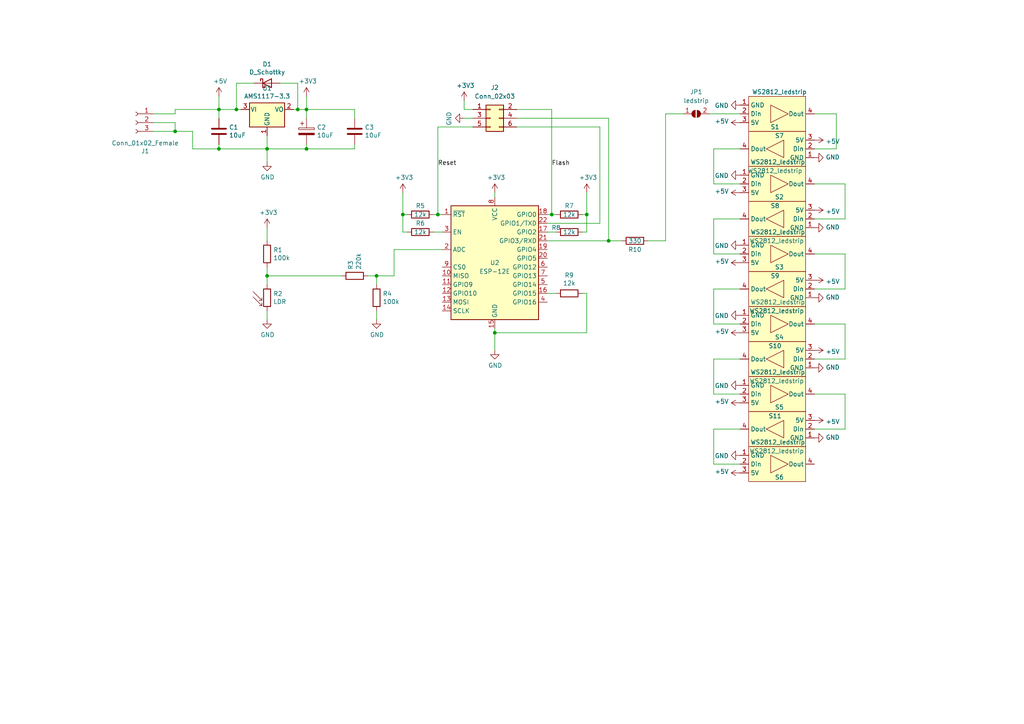
<source format=kicad_sch>
(kicad_sch (version 20211123) (generator eeschema)
  (paper "A4")
  (lib_symbols
    (symbol "Connector:Conn_01x03_Female" (pin_names (offset 1.016) hide)
      (property "Reference" "J" (at 0 5.08 0))
      (property "Value" "Conn_01x03_Female" (at 0 -5.08 0))
      (symbol "Conn_01x03_Female_1_1"
        (arc (start 0 -2.032) (mid -0.508 -2.54) (end 0 -3.048) (stroke (width 0.1524)))
        (polyline (pts (xy -1.27 -2.54) (xy -0.508 -2.54)) (stroke (width 0.1524)))
        (polyline (pts (xy -1.27 0) (xy -0.508 0)) (stroke (width 0.1524)))
        (polyline (pts (xy -1.27 2.54) (xy -0.508 2.54)) (stroke (width 0.1524)))
        (arc (start 0 0.508) (mid -0.508 0) (end 0 -0.508) (stroke (width 0.1524)))
        (arc (start 0 3.048) (mid -0.508 2.54) (end 0 2.032) (stroke (width 0.1524)))
        (pin passive line (at -5.08 2.54 0) (length 3.81) (name "Pin_1") (number "1"))
        (pin passive line (at -5.08 0 0) (length 3.81) (name "Pin_2") (number "2"))
        (pin passive line (at -5.08 -2.54 0) (length 3.81) (name "Pin_3") (number "3"))
      )
    )
    (symbol "Connector_Generic:Conn_02x03_Odd_Even" (pin_names (offset 1.016) hide)
      (property "Reference" "J" (at 1.27 5.08 0))
      (property "Value" "Conn_02x03_Odd_Even" (at 1.27 -5.08 0))
      (symbol "Conn_02x03_Odd_Even_1_1"
        (rectangle (start -1.27 -2.413) (end 0 -2.667) (stroke (width 0.1524)))
        (rectangle (start -1.27 0.127) (end 0 -0.127) (stroke (width 0.1524)))
        (rectangle (start -1.27 2.667) (end 0 2.413) (stroke (width 0.1524)))
        (rectangle (start -1.27 3.81) (end 3.81 -3.81) (stroke (width 0.254)) (fill (type background)))
        (rectangle (start 3.81 -2.413) (end 2.54 -2.667) (stroke (width 0.1524)))
        (rectangle (start 3.81 0.127) (end 2.54 -0.127) (stroke (width 0.1524)))
        (rectangle (start 3.81 2.667) (end 2.54 2.413) (stroke (width 0.1524)))
        (pin passive line (at -5.08 2.54 0) (length 3.81) (name "Pin_1") (number "1"))
        (pin passive line (at 7.62 2.54 180) (length 3.81) (name "Pin_2") (number "2"))
        (pin passive line (at -5.08 0 0) (length 3.81) (name "Pin_3") (number "3"))
        (pin passive line (at 7.62 0 180) (length 3.81) (name "Pin_4") (number "4"))
        (pin passive line (at -5.08 -2.54 0) (length 3.81) (name "Pin_5") (number "5"))
        (pin passive line (at 7.62 -2.54 180) (length 3.81) (name "Pin_6") (number "6"))
      )
    )
    (symbol "Device:C" (pin_numbers hide) (pin_names (offset 0.254))
      (property "Reference" "C" (at 0.635 2.54 0))
      (property "Value" "C" (at 0.635 -2.54 0))
      (symbol "C_0_1"
        (polyline (pts (xy -2.032 -0.762) (xy 2.032 -0.762)) (stroke (width 0.508)))
        (polyline (pts (xy -2.032 0.762) (xy 2.032 0.762)) (stroke (width 0.508)))
      )
      (symbol "C_1_1"
        (pin passive line (at 0 3.81 270) (length 2.794) (name "~") (number "1"))
        (pin passive line (at 0 -3.81 90) (length 2.794) (name "~") (number "2"))
      )
    )
    (symbol "Device:CP" (pin_numbers hide) (pin_names (offset 0.254))
      (property "Reference" "C" (at 0.635 2.54 0))
      (property "Value" "Device_CP" (at 0.635 -2.54 0))
      (symbol "CP_0_1"
        (rectangle (start -2.286 0.508) (end 2.286 1.016))
        (polyline (pts (xy -1.778 2.286) (xy -0.762 2.286)))
        (polyline (pts (xy -1.27 2.794) (xy -1.27 1.778)))
        (rectangle (start 2.286 -0.508) (end -2.286 -1.016) (fill (type outline)))
      )
      (symbol "CP_1_1"
        (pin passive line (at 0 3.81 270) (length 2.794) (name "~") (number "1"))
        (pin passive line (at 0 -3.81 90) (length 2.794) (name "~") (number "2"))
      )
    )
    (symbol "Device:D_Schottky" (pin_numbers hide) (pin_names (offset 1.016) hide)
      (property "Reference" "D" (at 0 2.54 0))
      (property "Value" "D_Schottky" (at 0 -2.54 0))
      (symbol "D_Schottky_0_1"
        (polyline (pts (xy 1.27 0) (xy -1.27 0)))
        (polyline (pts (xy 1.27 1.27) (xy 1.27 -1.27) (xy -1.27 0) (xy 1.27 1.27)) (stroke (width 0.254)))
        (polyline (pts (xy -1.905 0.635) (xy -1.905 1.27) (xy -1.27 1.27) (xy -1.27 -1.27) (xy -0.635 -1.27) (xy -0.635 -0.635)) (stroke (width 0.254)))
      )
      (symbol "D_Schottky_1_1"
        (pin passive line (at -3.81 0 0) (length 2.54) (name "K") (number "1"))
        (pin passive line (at 3.81 0 180) (length 2.54) (name "A") (number "2"))
      )
    )
    (symbol "Device:R" (pin_numbers hide) (pin_names (offset 0))
      (property "Reference" "R" (at 2.032 0 90))
      (property "Value" "R" (at 0 0 90))
      (symbol "R_0_1"
        (rectangle (start -1.016 -2.54) (end 1.016 2.54) (stroke (width 0.254)))
      )
      (symbol "R_1_1"
        (pin passive line (at 0 3.81 270) (length 1.27) (name "~") (number "1"))
        (pin passive line (at 0 -3.81 90) (length 1.27) (name "~") (number "2"))
      )
    )
    (symbol "Jumper:SolderJumper_2_Open" (pin_names (offset 0) hide)
      (property "Reference" "JP" (at 0 2.032 0))
      (property "Value" "SolderJumper_2_Open" (at 0 -2.54 0))
      (symbol "SolderJumper_2_Open_0_1"
        (arc (start -0.254 1.016) (mid -1.27 0) (end -0.254 -1.016))
        (arc (start -0.254 1.016) (mid -1.27 0) (end -0.254 -1.016) (fill (type outline)))
        (polyline (pts (xy -0.254 1.016) (xy -0.254 -1.016)))
        (polyline (pts (xy 0.254 1.016) (xy 0.254 -1.016)))
        (arc (start 0.254 -1.016) (mid 1.27 0) (end 0.254 1.016))
        (arc (start 0.254 -1.016) (mid 1.27 0) (end 0.254 1.016) (fill (type outline)))
      )
      (symbol "SolderJumper_2_Open_1_1"
        (pin passive line (at -3.81 0 0) (length 2.54) (name "A") (number "1"))
        (pin passive line (at 3.81 0 180) (length 2.54) (name "B") (number "2"))
      )
    )
    (symbol "RF_Module:ESP-12E"
      (property "Reference" "U" (at -12.7 19.05 0))
      (property "Value" "ESP-12E" (at 12.7 19.05 0))
      (symbol "ESP-12E_0_1"
        (rectangle (start -12.7 17.78) (end 12.7 -15.24) (stroke (width 0.254)) (fill (type background)))
      )
      (symbol "ESP-12E_1_1"
        (pin input line (at -15.24 15.24 0) (length 2.54) (name "~{RST}") (number "1"))
        (pin bidirectional line (at -15.24 -2.54 0) (length 2.54) (name "MISO") (number "10"))
        (pin bidirectional line (at -15.24 -5.08 0) (length 2.54) (name "GPIO9") (number "11"))
        (pin bidirectional line (at -15.24 -7.62 0) (length 2.54) (name "GPIO10") (number "12"))
        (pin bidirectional line (at -15.24 -10.16 0) (length 2.54) (name "MOSI") (number "13"))
        (pin bidirectional line (at -15.24 -12.7 0) (length 2.54) (name "SCLK") (number "14"))
        (pin power_in line (at 0 -17.78 90) (length 2.54) (name "GND") (number "15"))
        (pin bidirectional line (at 15.24 -7.62 180) (length 2.54) (name "GPIO15") (number "16"))
        (pin bidirectional line (at 15.24 10.16 180) (length 2.54) (name "GPIO2") (number "17"))
        (pin bidirectional line (at 15.24 15.24 180) (length 2.54) (name "GPIO0") (number "18"))
        (pin bidirectional line (at 15.24 5.08 180) (length 2.54) (name "GPIO4") (number "19"))
        (pin input line (at -15.24 5.08 0) (length 2.54) (name "ADC") (number "2"))
        (pin bidirectional line (at 15.24 2.54 180) (length 2.54) (name "GPIO5") (number "20"))
        (pin bidirectional line (at 15.24 7.62 180) (length 2.54) (name "GPIO3/RXD") (number "21"))
        (pin bidirectional line (at 15.24 12.7 180) (length 2.54) (name "GPIO1/TXD") (number "22"))
        (pin input line (at -15.24 10.16 0) (length 2.54) (name "EN") (number "3"))
        (pin bidirectional line (at 15.24 -10.16 180) (length 2.54) (name "GPIO16") (number "4"))
        (pin bidirectional line (at 15.24 -5.08 180) (length 2.54) (name "GPIO14") (number "5"))
        (pin bidirectional line (at 15.24 0 180) (length 2.54) (name "GPIO12") (number "6"))
        (pin bidirectional line (at 15.24 -2.54 180) (length 2.54) (name "GPIO13") (number "7"))
        (pin power_in line (at 0 20.32 270) (length 2.54) (name "VCC") (number "8"))
        (pin input line (at -15.24 0 0) (length 2.54) (name "CS0") (number "9"))
      )
    )
    (symbol "Regulator_Linear:AMS1117-3.3" (pin_names (offset 0.254))
      (property "Reference" "U" (at -3.81 3.175 0))
      (property "Value" "AMS1117-3.3" (at 0 3.175 0))
      (symbol "AMS1117-3.3_0_1"
        (rectangle (start -5.08 -5.08) (end 5.08 1.905) (stroke (width 0.254)) (fill (type background)))
      )
      (symbol "AMS1117-3.3_1_1"
        (pin power_in line (at 0 -7.62 90) (length 2.54) (name "GND") (number "1"))
        (pin power_out line (at 7.62 0 180) (length 2.54) (name "VO") (number "2"))
        (pin power_in line (at -7.62 0 0) (length 2.54) (name "VI") (number "3"))
      )
    )
    (symbol "Sensor_Optical:LDR03" (pin_numbers hide) (pin_names (offset 0))
      (property "Reference" "R" (at -5.08 0 90))
      (property "Value" "LDR03" (at 1.905 0 90))
      (symbol "LDR03_0_1"
        (rectangle (start -1.016 2.54) (end 1.016 -2.54) (stroke (width 0.254)))
        (polyline (pts (xy -1.524 -2.286) (xy -4.064 0.254)))
        (polyline (pts (xy -1.524 -2.286) (xy -2.286 -2.286)))
        (polyline (pts (xy -1.524 -2.286) (xy -1.524 -1.524)))
        (polyline (pts (xy -1.524 -0.762) (xy -4.064 1.778)))
        (polyline (pts (xy -1.524 -0.762) (xy -2.286 -0.762)))
        (polyline (pts (xy -1.524 -0.762) (xy -1.524 0)))
      )
      (symbol "LDR03_1_1"
        (pin passive line (at 0 3.81 270) (length 1.27) (name "~") (number "1"))
        (pin passive line (at 0 -3.81 90) (length 1.27) (name "~") (number "2"))
      )
    )
    (symbol "power:+3V3" (power) (pin_names (offset 0))
      (property "Value" "+3V3" (at 0 3.556 0))
      (symbol "+3V3_0_1"
        (polyline (pts (xy -0.762 1.27) (xy 0 2.54)))
        (polyline (pts (xy 0 0) (xy 0 2.54)))
        (polyline (pts (xy 0 2.54) (xy 0.762 1.27)))
      )
      (symbol "+3V3_1_1"
        (pin power_in line (at 0 0 90) (length 0) hide (name "+3V3") (number "1"))
      )
    )
    (symbol "power:+5V" (power) (pin_names (offset 0))
      (property "Value" "+5V" (at 0 3.556 0))
      (symbol "+5V_0_1"
        (polyline (pts (xy -0.762 1.27) (xy 0 2.54)))
        (polyline (pts (xy 0 0) (xy 0 2.54)))
        (polyline (pts (xy 0 2.54) (xy 0.762 1.27)))
      )
      (symbol "+5V_1_1"
        (pin power_in line (at 0 0 90) (length 0) hide (name "+5V") (number "1"))
      )
    )
    (symbol "power:GND" (power) (pin_names (offset 0))
      (property "Value" "GND" (at 0 -3.81 0))
      (symbol "GND_0_1"
        (polyline (pts (xy 0 0) (xy 0 -1.27) (xy 1.27 -1.27) (xy 0 -2.54) (xy -1.27 -1.27) (xy 0 -1.27)))
      )
      (symbol "GND_1_1"
        (pin power_in line (at 0 0 270) (length 0) hide (name "GND") (number "1"))
      )
    )
    (symbol "woordklok_symbol:WS2812_ledstrip"
      (property "Reference" "U" (at 1.27 -3.81 0))
      (property "Value" "WS2812_ledstrip" (at 0.8 6.35 0))
      (symbol "WS2812_ledstrip_0_1"
        (rectangle (start -7.62 5.08) (end 8.89 -5.08) (fill (type background)))
        (polyline (pts (xy -1.27 2.54) (xy 3.81 0)))
        (polyline (pts (xy -1.27 2.54) (xy -1.27 -2.54) (xy 3.81 0)))
      )
      (symbol "WS2812_ledstrip_1_1"
        (pin input line (at -10.16 2.54 0) (length 2.54) (name "GND") (number "1"))
        (pin input line (at -10.16 0 0) (length 2.54) (name "Din") (number "2"))
        (pin input line (at -10.16 -2.54 0) (length 2.54) (name "5V") (number "3"))
        (pin output line (at 11.43 0 180) (length 2.54) (name "Dout") (number "4"))
      )
    )
  )
  (junction (at 77.47 80.01))
  (junction (at 109.22 80.01))
  (junction (at 176.53 69.85))
  (junction (at 170.18 62.23))
  (junction (at 68.58 31.75))
  (junction (at 88.9 31.75))
  (junction (at 88.9 43.18))
  (junction (at 77.47 43.18))
  (junction (at 143.51 96.52))
  (junction (at 160.02 62.23))
  (junction (at 116.84 62.23))
  (junction (at 63.5 43.18))
  (junction (at 63.5 31.75))
  (junction (at 86.36 31.75))
  (junction (at 127 62.23))
  (junction (at 50.8 38.1))
  (wire (pts (xy 63.5 34.29) (xy 63.5 31.75)))
  (wire (pts (xy 214.63 83.82) (xy 207.01 83.82)))
  (wire (pts (xy 106.68 80.01) (xy 109.22 80.01)))
  (wire (pts (xy 114.3 80.01) (xy 114.3 72.39)))
  (wire (pts (xy 102.87 43.18) (xy 88.9 43.18)))
  (wire (pts (xy 236.22 53.34) (xy 245.11 53.34)))
  (wire (pts (xy 158.75 64.77) (xy 173.99 64.77)))
  (wire (pts (xy 50.8 35.56) (xy 50.8 38.1)))
  (wire (pts (xy 77.47 92.71) (xy 77.47 90.17)))
  (wire (pts (xy 193.04 33.02) (xy 193.04 69.85)))
  (wire (pts (xy 73.66 24.13) (xy 68.58 24.13)))
  (wire (pts (xy 88.9 27.94) (xy 88.9 31.75)))
  (wire (pts (xy 207.01 93.98) (xy 214.63 93.98)))
  (wire (pts (xy 170.18 55.88) (xy 170.18 62.23)))
  (wire (pts (xy 245.11 124.46) (xy 236.22 124.46)))
  (wire (pts (xy 88.9 34.29) (xy 88.9 31.75)))
  (wire (pts (xy 158.75 62.23) (xy 160.02 62.23)))
  (wire (pts (xy 88.9 31.75) (xy 102.87 31.75)))
  (wire (pts (xy 245.11 114.3) (xy 245.11 124.46)))
  (wire (pts (xy 170.18 85.09) (xy 168.91 85.09)))
  (wire (pts (xy 149.86 34.29) (xy 176.53 34.29)))
  (wire (pts (xy 245.11 83.82) (xy 236.22 83.82)))
  (wire (pts (xy 116.84 67.31) (xy 116.84 62.23)))
  (wire (pts (xy 170.18 62.23) (xy 168.91 62.23)))
  (wire (pts (xy 116.84 62.23) (xy 116.84 55.88)))
  (wire (pts (xy 86.36 31.75) (xy 88.9 31.75)))
  (wire (pts (xy 143.51 55.88) (xy 143.51 57.15)))
  (wire (pts (xy 170.18 85.09) (xy 170.18 96.52)))
  (wire (pts (xy 134.62 31.75) (xy 134.62 29.21)))
  (wire (pts (xy 77.47 43.18) (xy 77.47 46.99)))
  (wire (pts (xy 158.75 67.31) (xy 161.29 67.31)))
  (wire (pts (xy 50.8 33.02) (xy 44.45 33.02)))
  (wire (pts (xy 88.9 43.18) (xy 77.47 43.18)))
  (wire (pts (xy 236.22 33.02) (xy 242.57 33.02)))
  (wire (pts (xy 160.02 62.23) (xy 160.02 31.75)))
  (wire (pts (xy 236.22 93.98) (xy 245.11 93.98)))
  (wire (pts (xy 205.74 33.02) (xy 214.63 33.02)))
  (wire (pts (xy 68.58 24.13) (xy 68.58 31.75)))
  (wire (pts (xy 81.28 24.13) (xy 86.36 24.13)))
  (wire (pts (xy 50.8 31.75) (xy 63.5 31.75)))
  (wire (pts (xy 143.51 95.25) (xy 143.51 96.52)))
  (wire (pts (xy 158.75 69.85) (xy 176.53 69.85)))
  (wire (pts (xy 207.01 134.62) (xy 214.63 134.62)))
  (wire (pts (xy 77.47 69.85) (xy 77.47 66.04)))
  (wire (pts (xy 161.29 85.09) (xy 158.75 85.09)))
  (wire (pts (xy 118.11 62.23) (xy 116.84 62.23)))
  (wire (pts (xy 207.01 114.3) (xy 214.63 114.3)))
  (wire (pts (xy 85.09 31.75) (xy 86.36 31.75)))
  (wire (pts (xy 114.3 72.39) (xy 128.27 72.39)))
  (wire (pts (xy 127 36.83) (xy 137.16 36.83)))
  (wire (pts (xy 173.99 64.77) (xy 173.99 36.83)))
  (wire (pts (xy 245.11 53.34) (xy 245.11 63.5)))
  (wire (pts (xy 245.11 93.98) (xy 245.11 104.14)))
  (wire (pts (xy 55.88 38.1) (xy 55.88 43.18)))
  (wire (pts (xy 214.63 124.46) (xy 207.01 124.46)))
  (wire (pts (xy 77.47 80.01) (xy 99.06 80.01)))
  (wire (pts (xy 214.63 43.18) (xy 207.01 43.18)))
  (wire (pts (xy 236.22 104.14) (xy 245.11 104.14)))
  (wire (pts (xy 170.18 67.31) (xy 168.91 67.31)))
  (wire (pts (xy 109.22 92.71) (xy 109.22 90.17)))
  (wire (pts (xy 214.63 53.34) (xy 207.01 53.34)))
  (wire (pts (xy 207.01 104.14) (xy 207.01 114.3)))
  (wire (pts (xy 143.51 96.52) (xy 143.51 101.6)))
  (wire (pts (xy 160.02 62.23) (xy 161.29 62.23)))
  (wire (pts (xy 125.73 62.23) (xy 127 62.23)))
  (wire (pts (xy 245.11 63.5) (xy 236.22 63.5)))
  (wire (pts (xy 63.5 31.75) (xy 63.5 27.94)))
  (wire (pts (xy 207.01 124.46) (xy 207.01 134.62)))
  (wire (pts (xy 214.63 104.14) (xy 207.01 104.14)))
  (wire (pts (xy 242.57 33.02) (xy 242.57 43.18)))
  (wire (pts (xy 149.86 36.83) (xy 173.99 36.83)))
  (wire (pts (xy 245.11 73.66) (xy 245.11 83.82)))
  (wire (pts (xy 68.58 31.75) (xy 69.85 31.75)))
  (wire (pts (xy 127 62.23) (xy 127 36.83)))
  (wire (pts (xy 55.88 43.18) (xy 63.5 43.18)))
  (wire (pts (xy 187.96 69.85) (xy 193.04 69.85)))
  (wire (pts (xy 176.53 69.85) (xy 180.34 69.85)))
  (wire (pts (xy 88.9 41.91) (xy 88.9 43.18)))
  (wire (pts (xy 77.47 77.47) (xy 77.47 80.01)))
  (wire (pts (xy 109.22 80.01) (xy 114.3 80.01)))
  (wire (pts (xy 207.01 63.5) (xy 207.01 73.66)))
  (wire (pts (xy 236.22 73.66) (xy 245.11 73.66)))
  (wire (pts (xy 193.04 33.02) (xy 198.12 33.02)))
  (wire (pts (xy 102.87 41.91) (xy 102.87 43.18)))
  (wire (pts (xy 44.45 35.56) (xy 50.8 35.56)))
  (wire (pts (xy 50.8 31.75) (xy 50.8 33.02)))
  (wire (pts (xy 160.02 31.75) (xy 149.86 31.75)))
  (wire (pts (xy 214.63 73.66) (xy 207.01 73.66)))
  (wire (pts (xy 170.18 67.31) (xy 170.18 62.23)))
  (wire (pts (xy 236.22 43.18) (xy 242.57 43.18)))
  (wire (pts (xy 44.45 38.1) (xy 50.8 38.1)))
  (wire (pts (xy 214.63 63.5) (xy 207.01 63.5)))
  (wire (pts (xy 63.5 43.18) (xy 77.47 43.18)))
  (wire (pts (xy 236.22 114.3) (xy 245.11 114.3)))
  (wire (pts (xy 77.47 82.55) (xy 77.47 80.01)))
  (wire (pts (xy 134.62 34.29) (xy 137.16 34.29)))
  (wire (pts (xy 77.47 39.37) (xy 77.47 43.18)))
  (wire (pts (xy 102.87 34.29) (xy 102.87 31.75)))
  (wire (pts (xy 50.8 38.1) (xy 55.88 38.1)))
  (wire (pts (xy 176.53 69.85) (xy 176.53 34.29)))
  (wire (pts (xy 118.11 67.31) (xy 116.84 67.31)))
  (wire (pts (xy 86.36 24.13) (xy 86.36 31.75)))
  (wire (pts (xy 170.18 96.52) (xy 143.51 96.52)))
  (wire (pts (xy 109.22 82.55) (xy 109.22 80.01)))
  (wire (pts (xy 127 62.23) (xy 128.27 62.23)))
  (wire (pts (xy 207.01 53.34) (xy 207.01 43.18)))
  (wire (pts (xy 207.01 83.82) (xy 207.01 93.98)))
  (wire (pts (xy 63.5 31.75) (xy 68.58 31.75)))
  (wire (pts (xy 137.16 31.75) (xy 134.62 31.75)))
  (wire (pts (xy 63.5 41.91) (xy 63.5 43.18)))
  (wire (pts (xy 125.73 67.31) (xy 128.27 67.31)))
  (label "Flash" (at 160.02 48.26 0))
  (label "Reset" (at 127 48.26 0))
  (symbol (lib_id "Connector:Conn_01x03_Female") (at 39.37 35.56 0) (mirror y) (unit 1)
    (property "Reference" "J1" (at 42.1132 43.815 0))
    (property "Value" "Conn_01x02_Female" (at 42.1132 41.5036 0))
    (property "Footprint" "Connector_BarrelJack:BarrelJack_CLIFF_FC681465S_SMT_Horizontal" (effects hide))
  )
  (symbol (lib_id "Device:R") (at 165.1 85.09 270) (unit 1)
    (property "Reference" "R9" (at 165.1 79.8322 90))
    (property "Value" "12k" (at 165.1 82.1436 90))
    (property "Footprint" "Resistor_SMD:R_0805_2012Metric_Pad1.20x1.40mm_HandSolder" (effects hide))
  )
  (symbol (lib_id "power:GND") (at 214.63 50.8 270) (unit 1)
    (property "Reference" "#PWR0133" (effects hide))
    (property "Value" "GND" (at 211.3788 50.927 90) (effects (justify right)))
  )
  (symbol (lib_id "power:GND") (at 143.51 101.6 0) (unit 1)
    (property "Reference" "#PWR0134" (effects hide))
    (property "Value" "GND" (at 143.637 105.9942 0))
  )
  (symbol (lib_id "power:+3V3") (at 88.9 27.94 0) (unit 1)
    (property "Reference" "#PWR0116" (effects hide))
    (property "Value" "+3V3" (at 89.281 23.5458 0))
  )
  (symbol (lib_id "power:GND") (at 236.22 127 90) (unit 1)
    (property "Reference" "#PWR0110" (effects hide))
    (property "Value" "GND" (at 239.4712 126.873 90) (effects (justify right)))
  )
  (symbol (lib_id "woordklok_symbol:WS2812_ledstrip") (at 226.06 124.46 180) (unit 1)
    (property "Reference" "S11" (at 224.79 120.65 0))
    (property "Value" "WS2812_ledstrip" (at 225.26 130.81 0))
    (property "Footprint" "woordklok_footprint:WS2812_ledstrip_60leds_meter" (effects hide))
  )
  (symbol (lib_id "power:+5V") (at 214.63 35.56 90) (unit 1)
    (property "Reference" "#PWR0128" (effects hide))
    (property "Value" "+5V" (at 211.3788 35.179 90) (effects (justify left)))
  )
  (symbol (lib_id "power:+3V3") (at 77.47 66.04 0) (unit 1)
    (property "Reference" "#PWR0118" (effects hide))
    (property "Value" "+3V3" (at 77.851 61.6458 0))
  )
  (symbol (lib_id "power:GND") (at 214.63 91.44 270) (unit 1)
    (property "Reference" "#PWR0105" (effects hide))
    (property "Value" "GND" (at 211.3788 91.567 90) (effects (justify right)))
  )
  (symbol (lib_id "power:GND") (at 214.63 132.08 270) (unit 1)
    (property "Reference" "#PWR0101" (effects hide))
    (property "Value" "GND" (at 211.3788 132.207 90) (effects (justify right)))
  )
  (symbol (lib_id "power:GND") (at 236.22 45.72 90) (unit 1)
    (property "Reference" "#PWR0125" (effects hide))
    (property "Value" "GND" (at 239.4712 45.593 90) (effects (justify right)))
  )
  (symbol (lib_id "woordklok_symbol:WS2812_ledstrip") (at 224.79 114.3 0) (unit 1)
    (property "Reference" "S5" (at 226.06 118.11 0))
    (property "Value" "WS2812_ledstrip" (at 225.59 107.95 0))
    (property "Footprint" "woordklok_footprint:WS2812_ledstrip_60leds_meter" (effects hide))
  )
  (symbol (lib_id "power:GND") (at 214.63 111.76 270) (unit 1)
    (property "Reference" "#PWR0113" (effects hide))
    (property "Value" "GND" (at 211.3788 111.887 90) (effects (justify right)))
  )
  (symbol (lib_id "woordklok_symbol:WS2812_ledstrip") (at 226.06 83.82 180) (unit 1)
    (property "Reference" "S9" (at 224.79 80.01 0))
    (property "Value" "WS2812_ledstrip" (at 225.26 90.17 0))
    (property "Footprint" "woordklok_footprint:WS2812_ledstrip_60leds_meter" (effects hide))
  )
  (symbol (lib_id "woordklok_symbol:WS2812_ledstrip") (at 226.06 63.5 180) (unit 1)
    (property "Reference" "S8" (at 224.79 59.69 0))
    (property "Value" "WS2812_ledstrip" (at 225.26 69.85 0))
    (property "Footprint" "woordklok_footprint:WS2812_ledstrip_60leds_meter" (effects hide))
  )
  (symbol (lib_id "Connector_Generic:Conn_02x03_Odd_Even") (at 142.24 34.29 0) (unit 1)
    (property "Reference" "J2" (at 143.51 25.4 0))
    (property "Value" "Conn_02x03" (at 143.51 27.94 0))
    (property "Footprint" "Connector_PinHeader_2.54mm:PinHeader_2x03_P2.54mm_Vertical" (effects hide))
  )
  (symbol (lib_id "power:+5V") (at 214.63 55.88 90) (unit 1)
    (property "Reference" "#PWR0130" (effects hide))
    (property "Value" "+5V" (at 211.3788 55.499 90) (effects (justify left)))
  )
  (symbol (lib_id "power:+5V") (at 236.22 81.28 270) (unit 1)
    (property "Reference" "#PWR0103" (effects hide))
    (property "Value" "+5V" (at 239.4712 81.661 90) (effects (justify left)))
  )
  (symbol (lib_id "power:GND") (at 77.47 46.99 0) (unit 1)
    (property "Reference" "#PWR0115" (effects hide))
    (property "Value" "GND" (at 77.597 51.3842 0))
  )
  (symbol (lib_id "Device:D_Schottky") (at 77.47 24.13 0) (unit 1)
    (property "Reference" "D1" (at 77.47 18.6182 0))
    (property "Value" "D_Schottky" (at 77.47 20.9296 0))
    (property "Footprint" "Diode_SMD:D_0805_2012Metric_Pad1.15x1.40mm_HandSolder" (effects hide))
  )
  (symbol (lib_id "Sensor_Optical:LDR03") (at 77.47 86.36 0) (unit 1)
    (property "Reference" "R2" (at 79.248 85.1916 0) (effects (justify left)))
    (property "Value" "LDR" (at 79.248 87.503 0) (effects (justify left)))
    (property "Footprint" "OptoDevice:R_LDR_5.1x4.3mm_P3.4mm_Vertical" (effects hide))
    (property "Datasheet" "http://www.elektronica-componenten.nl/WebRoot/StoreNL/Shops/61422969/54F1/BA0C/C664/31B9/2173/C0A8/2AB9/2AEF/LDR03IMP.pdf" (effects hide))
  )
  (symbol (lib_id "woordklok_symbol:WS2812_ledstrip") (at 224.79 134.62 0) (unit 1)
    (property "Reference" "S6" (at 226.06 138.43 0))
    (property "Value" "WS2812_ledstrip" (at 225.59 128.27 0))
    (property "Footprint" "woordklok_footprint:WS2812_ledstrip_60leds_meter" (effects hide))
  )
  (symbol (lib_id "power:+3V3") (at 116.84 55.88 0) (unit 1)
    (property "Reference" "#PWR0122" (effects hide))
    (property "Value" "+3V3" (at 117.221 51.4858 0))
  )
  (symbol (lib_id "power:GND") (at 214.63 30.48 270) (unit 1)
    (property "Reference" "#PWR0127" (effects hide))
    (property "Value" "GND" (at 211.3788 30.607 90) (effects (justify right)))
  )
  (symbol (lib_id "power:+5V") (at 236.22 101.6 270) (unit 1)
    (property "Reference" "#PWR0109" (effects hide))
    (property "Value" "+5V" (at 239.4712 101.981 90) (effects (justify left)))
  )
  (symbol (lib_id "Device:C") (at 63.5 38.1 0) (unit 1)
    (property "Reference" "C1" (at 66.421 36.9316 0) (effects (justify left)))
    (property "Value" "10uF" (at 66.421 39.243 0) (effects (justify left)))
    (property "Footprint" "Capacitor_SMD:C_0805_2012Metric_Pad1.18x1.45mm_HandSolder" (effects hide))
  )
  (symbol (lib_id "power:+3V3") (at 143.51 55.88 0) (unit 1)
    (property "Reference" "#PWR0120" (effects hide))
    (property "Value" "+3V3" (at 143.891 51.4858 0))
  )
  (symbol (lib_id "power:GND") (at 109.22 92.71 0) (unit 1)
    (property "Reference" "#PWR0119" (effects hide))
    (property "Value" "GND" (at 109.347 97.1042 0))
  )
  (symbol (lib_id "power:GND") (at 214.63 71.12 270) (unit 1)
    (property "Reference" "#PWR0129" (effects hide))
    (property "Value" "GND" (at 211.3788 71.247 90) (effects (justify right)))
  )
  (symbol (lib_id "Device:R") (at 102.87 80.01 90) (unit 1)
    (property "Reference" "R3" (at 101.7016 78.232 0) (effects (justify left)))
    (property "Value" "220k" (at 104.013 78.232 0) (effects (justify left)))
    (property "Footprint" "Resistor_SMD:R_0805_2012Metric_Pad1.20x1.40mm_HandSolder" (effects hide))
  )
  (symbol (lib_id "Device:R") (at 165.1 67.31 270) (unit 1)
    (property "Reference" "R8" (at 161.29 66.04 90))
    (property "Value" "12k" (at 165.1 67.31 90))
    (property "Footprint" "Resistor_SMD:R_0805_2012Metric_Pad1.20x1.40mm_HandSolder" (effects hide))
  )
  (symbol (lib_id "power:GND") (at 236.22 106.68 90) (unit 1)
    (property "Reference" "#PWR0108" (effects hide))
    (property "Value" "GND" (at 239.4712 106.553 90) (effects (justify right)))
  )
  (symbol (lib_id "Device:R") (at 77.47 73.66 0) (unit 1)
    (property "Reference" "R1" (at 79.248 72.4916 0) (effects (justify left)))
    (property "Value" "100k" (at 79.248 74.803 0) (effects (justify left)))
    (property "Footprint" "Resistor_SMD:R_0805_2012Metric_Pad1.20x1.40mm_HandSolder" (effects hide))
  )
  (symbol (lib_id "RF_Module:ESP-12E") (at 143.51 77.47 0) (unit 1)
    (property "Reference" "U2" (at 143.51 76.2 0))
    (property "Value" "ESP-12E" (at 143.51 78.74 0))
    (property "Footprint" "RF_Module:ESP-12E" (effects hide))
    (property "Datasheet" "http://wiki.ai-thinker.com/_media/esp8266/esp8266_series_modules_user_manual_v1.1.pdf" (effects hide))
  )
  (symbol (lib_id "woordklok_symbol:WS2812_ledstrip") (at 226.06 43.18 180) (unit 1)
    (property "Reference" "S7" (at 226.06 39.37 0))
    (property "Value" "WS2812_ledstrip" (at 224.79 49.53 0))
    (property "Footprint" "woordklok_footprint:WS2812_ledstrip_60leds_meter" (effects hide))
  )
  (symbol (lib_id "power:GND") (at 77.47 92.71 0) (unit 1)
    (property "Reference" "#PWR0117" (effects hide))
    (property "Value" "GND" (at 77.597 97.1042 0))
  )
  (symbol (lib_id "Device:R") (at 121.92 62.23 270) (unit 1)
    (property "Reference" "R5" (at 121.92 59.69 90))
    (property "Value" "12k" (at 121.92 62.23 90))
    (property "Footprint" "Resistor_SMD:R_0805_2012Metric_Pad1.20x1.40mm_HandSolder" (effects hide))
  )
  (symbol (lib_id "power:+5V") (at 236.22 121.92 270) (unit 1)
    (property "Reference" "#PWR0111" (effects hide))
    (property "Value" "+5V" (at 239.4712 122.301 90) (effects (justify left)))
  )
  (symbol (lib_id "Device:R") (at 184.15 69.85 270) (unit 1)
    (property "Reference" "R10" (at 184.15 72.39 90))
    (property "Value" "330" (at 184.15 69.85 90))
    (property "Footprint" "Resistor_SMD:R_0805_2012Metric_Pad1.20x1.40mm_HandSolder" (effects hide))
  )
  (symbol (lib_id "Jumper:SolderJumper_2_Open") (at 201.93 33.02 0) (unit 1)
    (property "Reference" "JP1" (at 201.93 26.67 0))
    (property "Value" "ledstrip" (at 201.93 29.21 0))
    (property "Footprint" "Jumper:SolderJumper-2_P1.3mm_Open_RoundedPad1.0x1.5mm" (effects hide))
  )
  (symbol (lib_id "power:+5V") (at 214.63 76.2 90) (unit 1)
    (property "Reference" "#PWR0106" (effects hide))
    (property "Value" "+5V" (at 211.3788 75.819 90) (effects (justify left)))
  )
  (symbol (lib_id "power:+5V") (at 236.22 60.96 270) (unit 1)
    (property "Reference" "#PWR0131" (effects hide))
    (property "Value" "+5V" (at 239.4712 61.341 90) (effects (justify left)))
  )
  (symbol (lib_id "Device:CP") (at 88.9 38.1 0) (unit 1)
    (property "Reference" "C2" (at 91.8972 36.9316 0) (effects (justify left)))
    (property "Value" "10uF" (at 91.8972 39.243 0) (effects (justify left)))
    (property "Footprint" "Capacitor_SMD:CP_Elec_6.3x5.4" (effects hide))
  )
  (symbol (lib_id "power:+3V3") (at 170.18 55.88 0) (unit 1)
    (property "Reference" "#PWR0121" (effects hide))
    (property "Value" "+3V3" (at 170.561 51.4858 0))
  )
  (symbol (lib_id "power:GND") (at 236.22 66.04 90) (unit 1)
    (property "Reference" "#PWR0132" (effects hide))
    (property "Value" "GND" (at 239.4712 65.913 90) (effects (justify right)))
  )
  (symbol (lib_id "power:+5V") (at 214.63 116.84 90) (unit 1)
    (property "Reference" "#PWR0112" (effects hide))
    (property "Value" "+5V" (at 211.3788 116.459 90) (effects (justify left)))
  )
  (symbol (lib_id "woordklok_symbol:WS2812_ledstrip") (at 224.79 33.02 0) (unit 1)
    (property "Reference" "S1" (at 224.79 36.83 0))
    (property "Value" "WS2812_ledstrip" (at 226.06 26.67 0))
    (property "Footprint" "woordklok_footprint:WS2812_ledstrip_60leds_meter" (effects hide))
  )
  (symbol (lib_id "woordklok_symbol:WS2812_ledstrip") (at 226.06 104.14 180) (unit 1)
    (property "Reference" "S10" (at 224.79 100.33 0))
    (property "Value" "WS2812_ledstrip" (at 225.26 110.49 0))
    (property "Footprint" "woordklok_footprint:WS2812_ledstrip_60leds_meter" (effects hide))
  )
  (symbol (lib_id "power:+5V") (at 236.22 40.64 270) (unit 1)
    (property "Reference" "#PWR0126" (effects hide))
    (property "Value" "+5V" (at 239.4712 41.021 90) (effects (justify left)))
  )
  (symbol (lib_id "Device:R") (at 121.92 67.31 270) (unit 1)
    (property "Reference" "R6" (at 121.92 64.77 90))
    (property "Value" "12k" (at 121.92 67.31 90))
    (property "Footprint" "Resistor_SMD:R_0805_2012Metric_Pad1.20x1.40mm_HandSolder" (effects hide))
  )
  (symbol (lib_id "Device:R") (at 109.22 86.36 0) (unit 1)
    (property "Reference" "R4" (at 110.998 85.1916 0) (effects (justify left)))
    (property "Value" "100k" (at 110.998 87.503 0) (effects (justify left)))
    (property "Footprint" "Resistor_SMD:R_0805_2012Metric_Pad1.20x1.40mm_HandSolder" (effects hide))
  )
  (symbol (lib_id "woordklok_symbol:WS2812_ledstrip") (at 224.79 53.34 0) (unit 1)
    (property "Reference" "S2" (at 226.06 57.15 0))
    (property "Value" "WS2812_ledstrip" (at 225.59 46.99 0))
    (property "Footprint" "woordklok_footprint:WS2812_ledstrip_60leds_meter" (effects hide))
  )
  (symbol (lib_id "power:GND") (at 236.22 86.36 90) (unit 1)
    (property "Reference" "#PWR0104" (effects hide))
    (property "Value" "GND" (at 239.4712 86.233 90) (effects (justify right)))
  )
  (symbol (lib_id "power:+5V") (at 63.5 27.94 0) (unit 1)
    (property "Reference" "#PWR0114" (effects hide))
    (property "Value" "+5V" (at 63.881 23.5458 0))
  )
  (symbol (lib_id "power:+3V3") (at 134.62 29.21 0) (unit 1)
    (property "Reference" "#PWR0124" (effects hide))
    (property "Value" "+3V3" (at 135.001 24.8158 0))
  )
  (symbol (lib_id "Device:C") (at 102.87 38.1 0) (unit 1)
    (property "Reference" "C3" (at 105.791 36.9316 0) (effects (justify left)))
    (property "Value" "10uF" (at 105.791 39.243 0) (effects (justify left)))
    (property "Footprint" "Capacitor_SMD:C_0805_2012Metric_Pad1.18x1.45mm_HandSolder" (effects hide))
  )
  (symbol (lib_id "woordklok_symbol:WS2812_ledstrip") (at 224.79 93.98 0) (unit 1)
    (property "Reference" "S4" (at 226.06 97.79 0))
    (property "Value" "WS2812_ledstrip" (at 225.59 87.63 0))
    (property "Footprint" "woordklok_footprint:WS2812_ledstrip_60leds_meter" (effects hide))
  )
  (symbol (lib_id "woordklok_symbol:WS2812_ledstrip") (at 224.79 73.66 0) (unit 1)
    (property "Reference" "S3" (at 226.06 77.47 0))
    (property "Value" "WS2812_ledstrip" (at 225.59 67.31 0))
    (property "Footprint" "woordklok_footprint:WS2812_ledstrip_60leds_meter" (effects hide))
  )
  (symbol (lib_id "Device:R") (at 165.1 62.23 270) (unit 1)
    (property "Reference" "R7" (at 165.1 59.69 90))
    (property "Value" "12k" (at 165.1 62.23 90))
    (property "Footprint" "Resistor_SMD:R_0805_2012Metric_Pad1.20x1.40mm_HandSolder" (effects hide))
  )
  (symbol (lib_id "power:GND") (at 134.62 34.29 270) (unit 1)
    (property "Reference" "#PWR0123" (effects hide))
    (property "Value" "GND" (at 130.2258 34.417 0))
  )
  (symbol (lib_id "power:+5V") (at 214.63 96.52 90) (unit 1)
    (property "Reference" "#PWR0107" (effects hide))
    (property "Value" "+5V" (at 211.3788 96.139 90) (effects (justify left)))
  )
  (symbol (lib_id "Regulator_Linear:AMS1117-3.3") (at 77.47 31.75 0) (unit 1)
    (property "Reference" "U1" (at 77.47 25.6032 0))
    (property "Value" "AMS1117-3.3" (at 77.47 27.9146 0))
    (property "Footprint" "Package_TO_SOT_SMD:SOT-223-3_TabPin2" (effects hide))
    (property "Datasheet" "http://www.advanced-monolithic.com/pdf/ds1117.pdf" (effects hide))
  )
  (symbol (lib_id "power:+5V") (at 214.63 137.16 90) (unit 1)
    (property "Reference" "#PWR0102" (effects hide))
    (property "Value" "+5V" (at 211.3788 136.779 90) (effects (justify left)))
  )
)
</source>
